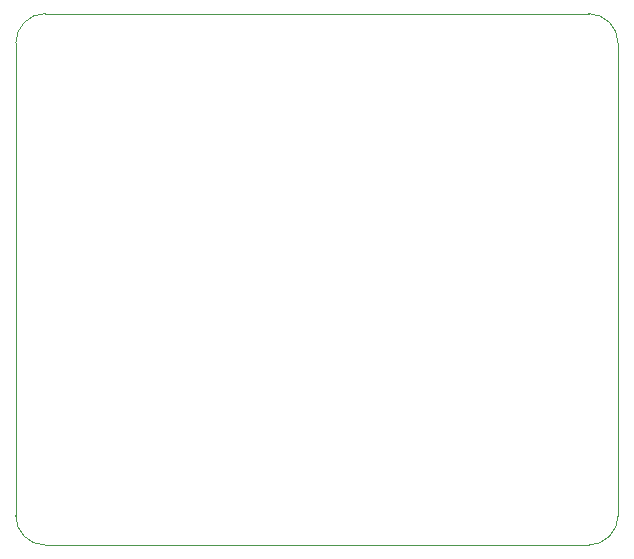
<source format=gbr>
%TF.GenerationSoftware,KiCad,Pcbnew,8.0.0*%
%TF.CreationDate,2024-04-01T22:39:33+02:00*%
%TF.ProjectId,Parkside_Contacts_Fused,5061726b-7369-4646-955f-436f6e746163,rev?*%
%TF.SameCoordinates,Original*%
%TF.FileFunction,Profile,NP*%
%FSLAX46Y46*%
G04 Gerber Fmt 4.6, Leading zero omitted, Abs format (unit mm)*
G04 Created by KiCad (PCBNEW 8.0.0) date 2024-04-01 22:39:33*
%MOMM*%
%LPD*%
G01*
G04 APERTURE LIST*
%TA.AperFunction,Profile*%
%ADD10C,0.100000*%
%TD*%
G04 APERTURE END LIST*
D10*
X127000000Y-147500000D02*
G75*
G02*
X124500000Y-150000000I-2500000J0D01*
G01*
X76000000Y-107500000D02*
G75*
G02*
X78500000Y-105000000I2500000J0D01*
G01*
X124500000Y-105000000D02*
X78500000Y-105000000D01*
X127000000Y-107500000D02*
X127000000Y-147500000D01*
X78500000Y-150000000D02*
G75*
G02*
X76000000Y-147500000I0J2500000D01*
G01*
X124500000Y-105000000D02*
G75*
G02*
X127000000Y-107500000I0J-2500000D01*
G01*
X76000000Y-107500000D02*
X76000000Y-147500000D01*
X124500000Y-150000000D02*
X78500000Y-150000000D01*
M02*

</source>
